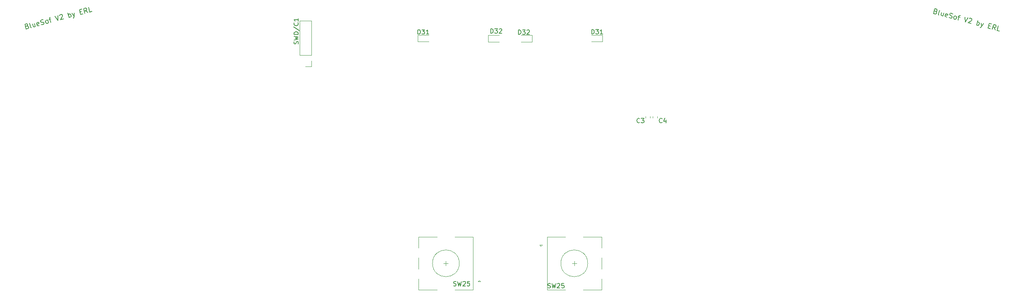
<source format=gto>
G04 #@! TF.GenerationSoftware,KiCad,Pcbnew,(5.99.0-8557-g8988e46ab1)*
G04 #@! TF.CreationDate,2021-02-20T09:12:51-07:00*
G04 #@! TF.ProjectId,BlueSof_R3_Panel,426c7565-536f-4665-9f52-335f50616e65,rev?*
G04 #@! TF.SameCoordinates,PX85099e0PY51bada0*
G04 #@! TF.FileFunction,Legend,Top*
G04 #@! TF.FilePolarity,Positive*
%FSLAX46Y46*%
G04 Gerber Fmt 4.6, Leading zero omitted, Abs format (unit mm)*
G04 Created by KiCad (PCBNEW (5.99.0-8557-g8988e46ab1)) date 2021-02-20 09:12:51*
%MOMM*%
%LPD*%
G01*
G04 APERTURE LIST*
%ADD10C,0.200000*%
%ADD11C,0.150000*%
%ADD12C,0.120000*%
G04 APERTURE END LIST*
D10*
X106541750Y41784480D02*
X106679981Y41693213D01*
X106717020Y41629059D01*
X106740501Y41514310D01*
X106699830Y41362522D01*
X106622119Y41274887D01*
X106557966Y41237848D01*
X106443217Y41214366D01*
X106038448Y41322823D01*
X106323149Y42385342D01*
X106677321Y42290442D01*
X106764956Y42212731D01*
X106801995Y42148578D01*
X106825477Y42033828D01*
X106798363Y41932636D01*
X106720652Y41845001D01*
X106656499Y41807962D01*
X106541750Y41784480D01*
X106187577Y41879381D01*
X107252754Y40997451D02*
X107165119Y41075161D01*
X107141638Y41189911D01*
X107385667Y42100641D01*
X108302689Y41475324D02*
X108112888Y40766979D01*
X107847324Y41597339D02*
X107698195Y41040782D01*
X107721677Y40926032D01*
X107809312Y40848322D01*
X107961100Y40807650D01*
X108075849Y40831132D01*
X108140003Y40868171D01*
X109037176Y40573546D02*
X108922426Y40550064D01*
X108720042Y40604293D01*
X108632407Y40682003D01*
X108608925Y40796752D01*
X108717382Y41201521D01*
X108795093Y41289156D01*
X108909842Y41312638D01*
X109112227Y41258409D01*
X109199862Y41180699D01*
X109223344Y41065949D01*
X109196229Y40964757D01*
X108663154Y40999137D01*
X109492541Y40451531D02*
X109630772Y40360263D01*
X109883752Y40292477D01*
X109998502Y40315959D01*
X110062655Y40352998D01*
X110140366Y40440633D01*
X110167480Y40541825D01*
X110143998Y40656575D01*
X110106959Y40720728D01*
X110019324Y40798438D01*
X109830497Y40903263D01*
X109742862Y40980974D01*
X109705823Y41045127D01*
X109682341Y41159876D01*
X109709456Y41261069D01*
X109787166Y41348704D01*
X109851319Y41385743D01*
X109966069Y41409224D01*
X110219049Y41341438D01*
X110357281Y41250171D01*
X110693290Y40075562D02*
X110605655Y40153273D01*
X110568616Y40217426D01*
X110545135Y40332175D01*
X110626478Y40635752D01*
X110704188Y40723387D01*
X110768341Y40760426D01*
X110883091Y40783908D01*
X111034879Y40743236D01*
X111122514Y40665526D01*
X111159553Y40601372D01*
X111183035Y40486623D01*
X111101692Y40183046D01*
X111023981Y40095411D01*
X110959828Y40058372D01*
X110845079Y40034891D01*
X110693290Y40075562D01*
X111540840Y40607664D02*
X111945609Y40499207D01*
X111502828Y39858647D02*
X111746857Y40769377D01*
X111824568Y40857012D01*
X111939317Y40880494D01*
X112040510Y40853380D01*
X113052432Y40582236D02*
X113121904Y39424817D01*
X113760778Y40392435D01*
X114037240Y40209900D02*
X114101393Y40246939D01*
X114216143Y40270421D01*
X114469123Y40202635D01*
X114556758Y40124924D01*
X114593797Y40060771D01*
X114617279Y39946021D01*
X114590164Y39844829D01*
X114498897Y39706598D01*
X113729057Y39262131D01*
X114386807Y39085887D01*
X115651709Y38746958D02*
X115936410Y39809476D01*
X115827953Y39404707D02*
X115942702Y39428189D01*
X116145087Y39373960D01*
X116232722Y39296250D01*
X116269761Y39232096D01*
X116293243Y39117347D01*
X116211899Y38813770D01*
X116134189Y38726135D01*
X116070036Y38689096D01*
X115955286Y38665615D01*
X115752902Y38719843D01*
X115665267Y38797554D01*
X116701644Y39224831D02*
X116764824Y38448700D01*
X117207605Y39089259D02*
X116764824Y38448700D01*
X116595846Y38222833D01*
X116531693Y38185794D01*
X116416943Y38162313D01*
X118381240Y38612098D02*
X118735413Y38517198D01*
X118738072Y37919969D02*
X118232111Y38055541D01*
X118516812Y39118060D01*
X119022773Y38982488D01*
X119800591Y37635268D02*
X119581990Y38236130D01*
X119193438Y37797955D02*
X119478138Y38860473D01*
X119882907Y38752015D01*
X119970542Y38674305D01*
X120007581Y38610152D01*
X120031063Y38495402D01*
X119990392Y38343614D01*
X119912681Y38255979D01*
X119848528Y38218940D01*
X119733778Y38195458D01*
X119329009Y38303916D01*
X120761917Y37377682D02*
X120255956Y37513254D01*
X120540657Y38575772D01*
X-96793765Y38504894D02*
X-96628419Y38494969D01*
X-96564266Y38457930D01*
X-96486556Y38370295D01*
X-96445884Y38218507D01*
X-96469366Y38103758D01*
X-96506405Y38039604D01*
X-96594040Y37961894D01*
X-96998809Y37853436D01*
X-97283510Y38915955D01*
X-96929337Y39010855D01*
X-96814587Y38987373D01*
X-96750434Y38950334D01*
X-96672724Y38862699D01*
X-96645609Y38761507D01*
X-96669091Y38646758D01*
X-96706130Y38582604D01*
X-96793765Y38504894D01*
X-97147938Y38409994D01*
X-95784502Y38178809D02*
X-95899251Y38202291D01*
X-95976962Y38289926D01*
X-96220991Y39200656D01*
X-95114169Y39117627D02*
X-94924368Y38409281D01*
X-95569534Y38995612D02*
X-95420405Y38439055D01*
X-95342694Y38351420D01*
X-95227945Y38327938D01*
X-95076156Y38368609D01*
X-94988521Y38446320D01*
X-94951482Y38510473D01*
X-94027195Y38703907D02*
X-94114830Y38626196D01*
X-94317215Y38571967D01*
X-94431964Y38595449D01*
X-94509675Y38683084D01*
X-94618132Y39087853D01*
X-94594650Y39202602D01*
X-94507015Y39280313D01*
X-94304631Y39334542D01*
X-94189881Y39311060D01*
X-94112171Y39223425D01*
X-94085057Y39122233D01*
X-94563903Y38885469D01*
X-93571830Y38825921D02*
X-93406485Y38815997D01*
X-93153504Y38883783D01*
X-93065869Y38961493D01*
X-93028830Y39025646D01*
X-93005348Y39140396D01*
X-93032463Y39241588D01*
X-93110173Y39329223D01*
X-93174326Y39366262D01*
X-93289076Y39389744D01*
X-93505018Y39386111D01*
X-93619767Y39409593D01*
X-93683920Y39446632D01*
X-93761631Y39534267D01*
X-93788745Y39635459D01*
X-93765263Y39750208D01*
X-93728224Y39814362D01*
X-93640589Y39892072D01*
X-93387609Y39959858D01*
X-93222263Y39949934D01*
X-92343966Y39100698D02*
X-92458716Y39124179D01*
X-92522869Y39161218D01*
X-92600579Y39248853D01*
X-92681923Y39552430D01*
X-92658441Y39667179D01*
X-92621402Y39731333D01*
X-92533767Y39809043D01*
X-92381978Y39849715D01*
X-92267229Y39826233D01*
X-92203076Y39789194D01*
X-92125365Y39701559D01*
X-92044022Y39397982D01*
X-92067504Y39283233D01*
X-92104543Y39219080D01*
X-92192178Y39141369D01*
X-92343966Y39100698D01*
X-91876017Y39985287D02*
X-91471248Y40093744D01*
X-91534428Y39317613D02*
X-91778458Y40228343D01*
X-91754976Y40343092D01*
X-91667341Y40420803D01*
X-91566149Y40447917D01*
X-90554226Y40719061D02*
X-89915353Y39751443D01*
X-89845881Y40908861D01*
X-89515190Y40889012D02*
X-89478151Y40953166D01*
X-89390516Y41030876D01*
X-89137535Y41098662D01*
X-89022786Y41075180D01*
X-88958632Y41038141D01*
X-88880922Y40950506D01*
X-88853808Y40849314D01*
X-88863732Y40683969D01*
X-89308199Y39914129D01*
X-88650450Y40090372D01*
X-87385547Y40429302D02*
X-87670248Y41491820D01*
X-87561790Y41087052D02*
X-87474155Y41164762D01*
X-87271771Y41218991D01*
X-87157021Y41195509D01*
X-87092868Y41158470D01*
X-87015158Y41070835D01*
X-86933815Y40767258D01*
X-86957296Y40652509D01*
X-86994335Y40588356D01*
X-87081970Y40510645D01*
X-87284355Y40456416D01*
X-87399104Y40479898D01*
X-86715214Y41368120D02*
X-86272432Y40727560D01*
X-86209252Y41503692D02*
X-86272432Y40727560D01*
X-86305839Y40447465D01*
X-86342878Y40383312D01*
X-86430513Y40305601D01*
X-84954274Y41677276D02*
X-84600101Y41772176D01*
X-84299184Y41256291D02*
X-84805145Y41120719D01*
X-85089846Y42183237D01*
X-84583885Y42318809D01*
X-83236666Y41540991D02*
X-83726410Y41952052D01*
X-83843819Y41378305D02*
X-84128520Y42440824D01*
X-83723751Y42549281D01*
X-83609002Y42525799D01*
X-83544848Y42488760D01*
X-83467138Y42401125D01*
X-83426466Y42249337D01*
X-83449948Y42134588D01*
X-83486987Y42070434D01*
X-83574622Y41992724D01*
X-83979391Y41884266D01*
X-82275339Y41798578D02*
X-82781300Y41663006D01*
X-83066001Y42725525D01*
D11*
X45286415Y16944109D02*
X45238796Y16896490D01*
X45095939Y16848871D01*
X45000701Y16848871D01*
X44857843Y16896490D01*
X44762605Y16991728D01*
X44714986Y17086966D01*
X44667367Y17277442D01*
X44667367Y17420299D01*
X44714986Y17610775D01*
X44762605Y17706013D01*
X44857843Y17801251D01*
X45000701Y17848871D01*
X45095939Y17848871D01*
X45238796Y17801251D01*
X45286415Y17753632D01*
X46143558Y17515537D02*
X46143558Y16848871D01*
X45905462Y17896490D02*
X45667367Y17182204D01*
X46286415Y17182204D01*
X40286415Y16944109D02*
X40238796Y16896490D01*
X40095939Y16848871D01*
X40000701Y16848871D01*
X39857843Y16896490D01*
X39762605Y16991728D01*
X39714986Y17086966D01*
X39667367Y17277442D01*
X39667367Y17420299D01*
X39714986Y17610775D01*
X39762605Y17706013D01*
X39857843Y17801251D01*
X40000701Y17848871D01*
X40095939Y17848871D01*
X40238796Y17801251D01*
X40286415Y17753632D01*
X40619748Y17848871D02*
X41238796Y17848871D01*
X40905462Y17467918D01*
X41048320Y17467918D01*
X41143558Y17420299D01*
X41191177Y17372680D01*
X41238796Y17277442D01*
X41238796Y17039347D01*
X41191177Y16944109D01*
X41143558Y16896490D01*
X41048320Y16848871D01*
X40762605Y16848871D01*
X40667367Y16896490D01*
X40619748Y16944109D01*
X13138796Y36648871D02*
X13138796Y37648871D01*
X13376891Y37648871D01*
X13519748Y37601251D01*
X13614986Y37506013D01*
X13662605Y37410775D01*
X13710224Y37220299D01*
X13710224Y37077442D01*
X13662605Y36886966D01*
X13614986Y36791728D01*
X13519748Y36696490D01*
X13376891Y36648871D01*
X13138796Y36648871D01*
X14043558Y37648871D02*
X14662605Y37648871D01*
X14329272Y37267918D01*
X14472129Y37267918D01*
X14567367Y37220299D01*
X14614986Y37172680D01*
X14662605Y37077442D01*
X14662605Y36839347D01*
X14614986Y36744109D01*
X14567367Y36696490D01*
X14472129Y36648871D01*
X14186415Y36648871D01*
X14091177Y36696490D01*
X14043558Y36744109D01*
X15043558Y37553632D02*
X15091177Y37601251D01*
X15186415Y37648871D01*
X15424510Y37648871D01*
X15519748Y37601251D01*
X15567367Y37553632D01*
X15614986Y37458394D01*
X15614986Y37363156D01*
X15567367Y37220299D01*
X14995939Y36648871D01*
X15614986Y36648871D01*
X29538796Y36748871D02*
X29538796Y37748871D01*
X29776891Y37748871D01*
X29919748Y37701251D01*
X30014986Y37606013D01*
X30062605Y37510775D01*
X30110224Y37320299D01*
X30110224Y37177442D01*
X30062605Y36986966D01*
X30014986Y36891728D01*
X29919748Y36796490D01*
X29776891Y36748871D01*
X29538796Y36748871D01*
X30443558Y37748871D02*
X31062605Y37748871D01*
X30729272Y37367918D01*
X30872129Y37367918D01*
X30967367Y37320299D01*
X31014986Y37272680D01*
X31062605Y37177442D01*
X31062605Y36939347D01*
X31014986Y36844109D01*
X30967367Y36796490D01*
X30872129Y36748871D01*
X30586415Y36748871D01*
X30491177Y36796490D01*
X30443558Y36844109D01*
X32014986Y36748871D02*
X31443558Y36748871D01*
X31729272Y36748871D02*
X31729272Y37748871D01*
X31634034Y37606013D01*
X31538796Y37510775D01*
X31443558Y37463156D01*
X19743558Y-20103510D02*
X19886415Y-20151129D01*
X20124510Y-20151129D01*
X20219748Y-20103510D01*
X20267367Y-20055891D01*
X20314986Y-19960653D01*
X20314986Y-19865415D01*
X20267367Y-19770177D01*
X20219748Y-19722558D01*
X20124510Y-19674939D01*
X19934034Y-19627320D01*
X19838796Y-19579701D01*
X19791177Y-19532082D01*
X19743558Y-19436844D01*
X19743558Y-19341606D01*
X19791177Y-19246368D01*
X19838796Y-19198749D01*
X19934034Y-19151129D01*
X20172129Y-19151129D01*
X20314986Y-19198749D01*
X20648320Y-19151129D02*
X20886415Y-20151129D01*
X21076891Y-19436844D01*
X21267367Y-20151129D01*
X21505462Y-19151129D01*
X21838796Y-19246368D02*
X21886415Y-19198749D01*
X21981653Y-19151129D01*
X22219748Y-19151129D01*
X22314986Y-19198749D01*
X22362605Y-19246368D01*
X22410224Y-19341606D01*
X22410224Y-19436844D01*
X22362605Y-19579701D01*
X21791177Y-20151129D01*
X22410224Y-20151129D01*
X23314986Y-19151129D02*
X22838796Y-19151129D01*
X22791177Y-19627320D01*
X22838796Y-19579701D01*
X22934034Y-19532082D01*
X23172129Y-19532082D01*
X23267367Y-19579701D01*
X23314986Y-19627320D01*
X23362605Y-19722558D01*
X23362605Y-19960653D01*
X23314986Y-20055891D01*
X23267367Y-20103510D01*
X23172129Y-20151129D01*
X22934034Y-20151129D01*
X22838796Y-20103510D01*
X22791177Y-20055891D01*
X-36144109Y34494109D02*
X-36096490Y34636966D01*
X-36096490Y34875061D01*
X-36144109Y34970299D01*
X-36191728Y35017918D01*
X-36286966Y35065537D01*
X-36382204Y35065537D01*
X-36477442Y35017918D01*
X-36525061Y34970299D01*
X-36572680Y34875061D01*
X-36620299Y34684585D01*
X-36667918Y34589347D01*
X-36715537Y34541728D01*
X-36810775Y34494109D01*
X-36906013Y34494109D01*
X-37001251Y34541728D01*
X-37048870Y34589347D01*
X-37096490Y34684585D01*
X-37096490Y34922680D01*
X-37048870Y35065537D01*
X-37096490Y35398871D02*
X-36096490Y35636966D01*
X-36810775Y35827442D01*
X-36096490Y36017918D01*
X-37096490Y36256013D01*
X-36096490Y36636966D02*
X-37096490Y36636966D01*
X-37096490Y36875061D01*
X-37048870Y37017918D01*
X-36953632Y37113156D01*
X-36858394Y37160775D01*
X-36667918Y37208394D01*
X-36525061Y37208394D01*
X-36334585Y37160775D01*
X-36239347Y37113156D01*
X-36144109Y37017918D01*
X-36096490Y36875061D01*
X-36096490Y36636966D01*
X-37144109Y38351251D02*
X-35858394Y37494109D01*
X-36191728Y39256013D02*
X-36144109Y39208394D01*
X-36096490Y39065537D01*
X-36096490Y38970299D01*
X-36144109Y38827442D01*
X-36239347Y38732204D01*
X-36334585Y38684585D01*
X-36525061Y38636966D01*
X-36667918Y38636966D01*
X-36858394Y38684585D01*
X-36953632Y38732204D01*
X-37048870Y38827442D01*
X-37096490Y38970299D01*
X-37096490Y39065537D01*
X-37048870Y39208394D01*
X-37001251Y39256013D01*
X-36096490Y40208394D02*
X-36096490Y39636966D01*
X-36096490Y39922680D02*
X-37096490Y39922680D01*
X-36953632Y39827442D01*
X-36858394Y39732204D01*
X-36810775Y39636966D01*
X6936844Y36898871D02*
X6936844Y37898871D01*
X7174939Y37898871D01*
X7317796Y37851251D01*
X7413034Y37756013D01*
X7460653Y37660775D01*
X7508272Y37470299D01*
X7508272Y37327442D01*
X7460653Y37136966D01*
X7413034Y37041728D01*
X7317796Y36946490D01*
X7174939Y36898871D01*
X6936844Y36898871D01*
X7841606Y37898871D02*
X8460653Y37898871D01*
X8127320Y37517918D01*
X8270177Y37517918D01*
X8365415Y37470299D01*
X8413034Y37422680D01*
X8460653Y37327442D01*
X8460653Y37089347D01*
X8413034Y36994109D01*
X8365415Y36946490D01*
X8270177Y36898871D01*
X7984463Y36898871D01*
X7889225Y36946490D01*
X7841606Y36994109D01*
X8841606Y37803632D02*
X8889225Y37851251D01*
X8984463Y37898871D01*
X9222558Y37898871D01*
X9317796Y37851251D01*
X9365415Y37803632D01*
X9413034Y37708394D01*
X9413034Y37613156D01*
X9365415Y37470299D01*
X8793987Y36898871D01*
X9413034Y36898871D01*
X-9363156Y36698871D02*
X-9363156Y37698871D01*
X-9125061Y37698871D01*
X-8982204Y37651251D01*
X-8886966Y37556013D01*
X-8839347Y37460775D01*
X-8791728Y37270299D01*
X-8791728Y37127442D01*
X-8839347Y36936966D01*
X-8886966Y36841728D01*
X-8982204Y36746490D01*
X-9125061Y36698871D01*
X-9363156Y36698871D01*
X-8458394Y37698871D02*
X-7839347Y37698871D01*
X-8172680Y37317918D01*
X-8029823Y37317918D01*
X-7934585Y37270299D01*
X-7886966Y37222680D01*
X-7839347Y37127442D01*
X-7839347Y36889347D01*
X-7886966Y36794109D01*
X-7934585Y36746490D01*
X-8029823Y36698871D01*
X-8315537Y36698871D01*
X-8410775Y36746490D01*
X-8458394Y36794109D01*
X-6886966Y36698871D02*
X-7458394Y36698871D01*
X-7172680Y36698871D02*
X-7172680Y37698871D01*
X-7267918Y37556013D01*
X-7363156Y37460775D01*
X-7458394Y37413156D01*
X-1358394Y-19653510D02*
X-1215537Y-19701129D01*
X-977442Y-19701129D01*
X-882204Y-19653510D01*
X-834585Y-19605891D01*
X-786966Y-19510653D01*
X-786966Y-19415415D01*
X-834585Y-19320177D01*
X-882204Y-19272558D01*
X-977442Y-19224939D01*
X-1167918Y-19177320D01*
X-1263156Y-19129701D01*
X-1310775Y-19082082D01*
X-1358394Y-18986844D01*
X-1358394Y-18891606D01*
X-1310775Y-18796368D01*
X-1263156Y-18748749D01*
X-1167918Y-18701129D01*
X-929823Y-18701129D01*
X-786966Y-18748749D01*
X-453632Y-18701129D02*
X-215537Y-19701129D01*
X-25061Y-18986844D01*
X165415Y-19701129D01*
X403510Y-18701129D01*
X736844Y-18796368D02*
X784463Y-18748749D01*
X879701Y-18701129D01*
X1117796Y-18701129D01*
X1213034Y-18748749D01*
X1260653Y-18796368D01*
X1308272Y-18891606D01*
X1308272Y-18986844D01*
X1260653Y-19129701D01*
X689225Y-19701129D01*
X1308272Y-19701129D01*
X2213034Y-18701129D02*
X1736844Y-18701129D01*
X1689225Y-19177320D01*
X1736844Y-19129701D01*
X1832082Y-19082082D01*
X2070177Y-19082082D01*
X2165415Y-19129701D01*
X2213034Y-19177320D01*
X2260653Y-19272558D01*
X2260653Y-19510653D01*
X2213034Y-19605891D01*
X2165415Y-19653510D01*
X2070177Y-19701129D01*
X1832082Y-19701129D01*
X1736844Y-19653510D01*
X1689225Y-19605891D01*
D12*
X44263082Y17954984D02*
X44263082Y18247518D01*
X43243082Y17954984D02*
X43243082Y18247518D01*
X41605582Y17954984D02*
X41605582Y18247518D01*
X42625582Y17954984D02*
X42625582Y18247518D01*
X16238082Y34991251D02*
X16238082Y36461251D01*
X13778082Y34991251D02*
X16238082Y34991251D01*
X16238082Y36461251D02*
X13778082Y36461251D01*
X29478082Y35016251D02*
X31938082Y35016251D01*
X31938082Y36486251D02*
X29478082Y36486251D01*
X31938082Y35016251D02*
X31938082Y36486251D01*
X19553082Y-8748749D02*
X19553082Y-20548749D01*
X18453082Y-10548749D02*
X18153082Y-10848749D01*
X31753082Y-8748749D02*
X31753082Y-11148749D01*
X25153082Y-14648749D02*
X26153082Y-14648749D01*
X17853082Y-10548749D02*
X18453082Y-10548749D01*
X23653082Y-20548749D02*
X19553082Y-20548749D01*
X27653082Y-8748749D02*
X31753082Y-8748749D01*
X18153082Y-10848749D02*
X17853082Y-10548749D01*
X31753082Y-18148749D02*
X31753082Y-20548749D01*
X25653082Y-14148749D02*
X25653082Y-15148749D01*
X31753082Y-20548749D02*
X27653082Y-20548749D01*
X31753082Y-13348749D02*
X31753082Y-15948749D01*
X23653082Y-8748749D02*
X19553082Y-8748749D01*
X28653082Y-14648749D02*
G75*
G03*
X28653082Y-14648749I-3000000J0D01*
G01*
X-35805870Y32021251D02*
X-35805870Y39701251D01*
X-33145870Y30751251D02*
X-33145870Y29421251D01*
X-33145870Y29421251D02*
X-34475870Y29421251D01*
X-33145870Y32021251D02*
X-33145870Y39701251D01*
X-33145870Y39701251D02*
X-35805870Y39701251D01*
X-33145870Y32021251D02*
X-35805870Y32021251D01*
X6339130Y36461251D02*
X6339130Y34991251D01*
X8799130Y36461251D02*
X6339130Y36461251D01*
X6339130Y34991251D02*
X8799130Y34991251D01*
X-6900870Y36486251D02*
X-9360870Y36486251D01*
X-9360870Y35016251D02*
X-6900870Y35016251D01*
X-9360870Y36486251D02*
X-9360870Y35016251D01*
X3024130Y-20548749D02*
X3024130Y-8748749D01*
X4124130Y-18748749D02*
X4424130Y-18448749D01*
X-9175870Y-20548749D02*
X-9175870Y-18148749D01*
X-2575870Y-14648749D02*
X-3575870Y-14648749D01*
X4724130Y-18748749D02*
X4124130Y-18748749D01*
X-1075870Y-8748749D02*
X3024130Y-8748749D01*
X-5075870Y-20548749D02*
X-9175870Y-20548749D01*
X4424130Y-18448749D02*
X4724130Y-18748749D01*
X-9175870Y-11148749D02*
X-9175870Y-8748749D01*
X-3075870Y-15148749D02*
X-3075870Y-14148749D01*
X-9175870Y-8748749D02*
X-5075870Y-8748749D01*
X-9175870Y-15948749D02*
X-9175870Y-13348749D01*
X-1075870Y-20548749D02*
X3024130Y-20548749D01*
X-75870Y-14648749D02*
G75*
G03*
X-75870Y-14648749I-3000000J0D01*
G01*
M02*

</source>
